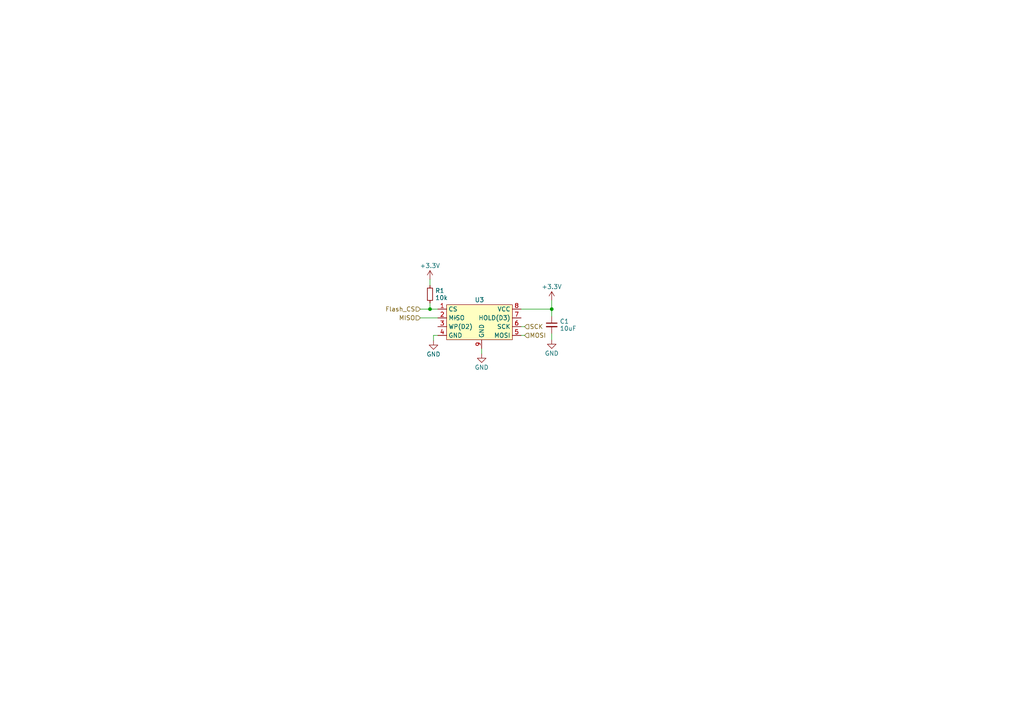
<source format=kicad_sch>
(kicad_sch (version 20230121) (generator eeschema)

  (uuid 35af696a-03e0-455f-a869-d0b85a0a30f7)

  (paper "A4")

  (lib_symbols
    (symbol "Device:C_Small" (pin_numbers hide) (pin_names (offset 0.254) hide) (in_bom yes) (on_board yes)
      (property "Reference" "C" (at 0.254 1.778 0)
        (effects (font (size 1.27 1.27)) (justify left))
      )
      (property "Value" "C_Small" (at 0.254 -2.032 0)
        (effects (font (size 1.27 1.27)) (justify left))
      )
      (property "Footprint" "" (at 0 0 0)
        (effects (font (size 1.27 1.27)) hide)
      )
      (property "Datasheet" "~" (at 0 0 0)
        (effects (font (size 1.27 1.27)) hide)
      )
      (property "ki_keywords" "capacitor cap" (at 0 0 0)
        (effects (font (size 1.27 1.27)) hide)
      )
      (property "ki_description" "Unpolarized capacitor, small symbol" (at 0 0 0)
        (effects (font (size 1.27 1.27)) hide)
      )
      (property "ki_fp_filters" "C_*" (at 0 0 0)
        (effects (font (size 1.27 1.27)) hide)
      )
      (symbol "C_Small_0_1"
        (polyline
          (pts
            (xy -1.524 -0.508)
            (xy 1.524 -0.508)
          )
          (stroke (width 0.3302) (type default))
          (fill (type none))
        )
        (polyline
          (pts
            (xy -1.524 0.508)
            (xy 1.524 0.508)
          )
          (stroke (width 0.3048) (type default))
          (fill (type none))
        )
      )
      (symbol "C_Small_1_1"
        (pin passive line (at 0 2.54 270) (length 2.032)
          (name "~" (effects (font (size 1.27 1.27))))
          (number "1" (effects (font (size 1.27 1.27))))
        )
        (pin passive line (at 0 -2.54 90) (length 2.032)
          (name "~" (effects (font (size 1.27 1.27))))
          (number "2" (effects (font (size 1.27 1.27))))
        )
      )
    )
    (symbol "Device:R_Small" (pin_numbers hide) (pin_names (offset 0.254) hide) (in_bom yes) (on_board yes)
      (property "Reference" "R" (at 0.762 0.508 0)
        (effects (font (size 1.27 1.27)) (justify left))
      )
      (property "Value" "R_Small" (at 0.762 -1.016 0)
        (effects (font (size 1.27 1.27)) (justify left))
      )
      (property "Footprint" "" (at 0 0 0)
        (effects (font (size 1.27 1.27)) hide)
      )
      (property "Datasheet" "~" (at 0 0 0)
        (effects (font (size 1.27 1.27)) hide)
      )
      (property "ki_keywords" "R resistor" (at 0 0 0)
        (effects (font (size 1.27 1.27)) hide)
      )
      (property "ki_description" "Resistor, small symbol" (at 0 0 0)
        (effects (font (size 1.27 1.27)) hide)
      )
      (property "ki_fp_filters" "R_*" (at 0 0 0)
        (effects (font (size 1.27 1.27)) hide)
      )
      (symbol "R_Small_0_1"
        (rectangle (start -0.762 1.778) (end 0.762 -1.778)
          (stroke (width 0.2032) (type default))
          (fill (type none))
        )
      )
      (symbol "R_Small_1_1"
        (pin passive line (at 0 2.54 270) (length 0.762)
          (name "~" (effects (font (size 1.27 1.27))))
          (number "1" (effects (font (size 1.27 1.27))))
        )
        (pin passive line (at 0 -2.54 90) (length 0.762)
          (name "~" (effects (font (size 1.27 1.27))))
          (number "2" (effects (font (size 1.27 1.27))))
        )
      )
    )
    (symbol "FCparts:S25FL064LABNFI011" (in_bom yes) (on_board yes)
      (property "Reference" "U" (at 0 5.08 0)
        (effects (font (size 1.27 1.27)))
      )
      (property "Value" "" (at -7.62 0 0)
        (effects (font (size 1.27 1.27)))
      )
      (property "Footprint" "" (at -7.62 0 0)
        (effects (font (size 1.27 1.27)) hide)
      )
      (property "Datasheet" "" (at -7.62 0 0)
        (effects (font (size 1.27 1.27)) hide)
      )
      (symbol "S25FL064LABNFI011_1_1"
        (polyline
          (pts
            (xy -10.16 3.81)
            (xy -10.16 -6.35)
            (xy 8.89 -6.35)
            (xy 8.89 3.81)
            (xy -10.16 3.81)
          )
          (stroke (width 0) (type default))
          (fill (type background))
        )
        (pin input line (at -12.7 2.54 0) (length 2.54)
          (name "CS" (effects (font (size 1.27 1.27))))
          (number "1" (effects (font (size 1.27 1.27))))
        )
        (pin input line (at -12.7 0 0) (length 2.54)
          (name "MISO" (effects (font (size 1.27 1.27))))
          (number "2" (effects (font (size 1.27 1.27))))
        )
        (pin input line (at -12.7 -2.54 0) (length 2.54)
          (name "WP(D2)" (effects (font (size 1.27 1.27))))
          (number "3" (effects (font (size 1.27 1.27))))
        )
        (pin input line (at -12.7 -5.08 0) (length 2.54)
          (name "GND" (effects (font (size 1.27 1.27))))
          (number "4" (effects (font (size 1.27 1.27))))
        )
        (pin input line (at 11.43 -5.08 180) (length 2.54)
          (name "MOSI" (effects (font (size 1.27 1.27))))
          (number "5" (effects (font (size 1.27 1.27))))
        )
        (pin input line (at 11.43 -2.54 180) (length 2.54)
          (name "SCK" (effects (font (size 1.27 1.27))))
          (number "6" (effects (font (size 1.27 1.27))))
        )
        (pin input line (at 11.43 0 180) (length 2.54)
          (name "HOLD(D3)" (effects (font (size 1.27 1.27))))
          (number "7" (effects (font (size 1.27 1.27))))
        )
        (pin input line (at 11.43 2.54 180) (length 2.54)
          (name "VCC" (effects (font (size 1.27 1.27))))
          (number "8" (effects (font (size 1.27 1.27))))
        )
        (pin input line (at 0 -8.89 90) (length 2.54)
          (name "GND" (effects (font (size 1.27 1.27))))
          (number "9" (effects (font (size 1.27 1.27))))
        )
      )
    )
    (symbol "power:+3.3V" (power) (pin_names (offset 0)) (in_bom yes) (on_board yes)
      (property "Reference" "#PWR" (at 0 -3.81 0)
        (effects (font (size 1.27 1.27)) hide)
      )
      (property "Value" "+3.3V" (at 0 3.556 0)
        (effects (font (size 1.27 1.27)))
      )
      (property "Footprint" "" (at 0 0 0)
        (effects (font (size 1.27 1.27)) hide)
      )
      (property "Datasheet" "" (at 0 0 0)
        (effects (font (size 1.27 1.27)) hide)
      )
      (property "ki_keywords" "global power" (at 0 0 0)
        (effects (font (size 1.27 1.27)) hide)
      )
      (property "ki_description" "Power symbol creates a global label with name \"+3.3V\"" (at 0 0 0)
        (effects (font (size 1.27 1.27)) hide)
      )
      (symbol "+3.3V_0_1"
        (polyline
          (pts
            (xy -0.762 1.27)
            (xy 0 2.54)
          )
          (stroke (width 0) (type default))
          (fill (type none))
        )
        (polyline
          (pts
            (xy 0 0)
            (xy 0 2.54)
          )
          (stroke (width 0) (type default))
          (fill (type none))
        )
        (polyline
          (pts
            (xy 0 2.54)
            (xy 0.762 1.27)
          )
          (stroke (width 0) (type default))
          (fill (type none))
        )
      )
      (symbol "+3.3V_1_1"
        (pin power_in line (at 0 0 90) (length 0) hide
          (name "+3.3V" (effects (font (size 1.27 1.27))))
          (number "1" (effects (font (size 1.27 1.27))))
        )
      )
    )
    (symbol "power:GND" (power) (pin_names (offset 0)) (in_bom yes) (on_board yes)
      (property "Reference" "#PWR" (at 0 -6.35 0)
        (effects (font (size 1.27 1.27)) hide)
      )
      (property "Value" "GND" (at 0 -3.81 0)
        (effects (font (size 1.27 1.27)))
      )
      (property "Footprint" "" (at 0 0 0)
        (effects (font (size 1.27 1.27)) hide)
      )
      (property "Datasheet" "" (at 0 0 0)
        (effects (font (size 1.27 1.27)) hide)
      )
      (property "ki_keywords" "global power" (at 0 0 0)
        (effects (font (size 1.27 1.27)) hide)
      )
      (property "ki_description" "Power symbol creates a global label with name \"GND\" , ground" (at 0 0 0)
        (effects (font (size 1.27 1.27)) hide)
      )
      (symbol "GND_0_1"
        (polyline
          (pts
            (xy 0 0)
            (xy 0 -1.27)
            (xy 1.27 -1.27)
            (xy 0 -2.54)
            (xy -1.27 -1.27)
            (xy 0 -1.27)
          )
          (stroke (width 0) (type default))
          (fill (type none))
        )
      )
      (symbol "GND_1_1"
        (pin power_in line (at 0 0 270) (length 0) hide
          (name "GND" (effects (font (size 1.27 1.27))))
          (number "1" (effects (font (size 1.27 1.27))))
        )
      )
    )
  )

  (junction (at 160.02 89.662) (diameter 0) (color 0 0 0 0)
    (uuid 6f64af9f-5303-470f-be67-d4fafafda0dd)
  )
  (junction (at 124.714 89.662) (diameter 0) (color 0 0 0 0)
    (uuid 965a71e8-8f97-4edd-8fc1-9a655453ea4f)
  )

  (wire (pts (xy 124.714 89.662) (xy 127 89.662))
    (stroke (width 0) (type default))
    (uuid 14124982-0c7f-4a41-b5a9-454937069fc4)
  )
  (wire (pts (xy 124.714 81.026) (xy 124.714 82.804))
    (stroke (width 0) (type default))
    (uuid 1bd0d4a4-bcc0-4712-b813-6923f0699b4f)
  )
  (wire (pts (xy 151.13 89.662) (xy 160.02 89.662))
    (stroke (width 0) (type default))
    (uuid 3dff1364-3a9a-41d5-a26a-190accc0e8e2)
  )
  (wire (pts (xy 160.02 96.774) (xy 160.02 98.552))
    (stroke (width 0) (type default))
    (uuid 4836db25-8eea-4da0-87bb-b08c90c5cb97)
  )
  (wire (pts (xy 151.13 97.282) (xy 152.146 97.282))
    (stroke (width 0) (type default))
    (uuid 61bb3d4e-f0ae-4d50-96f1-53f0119337a8)
  )
  (wire (pts (xy 139.7 101.092) (xy 139.7 102.616))
    (stroke (width 0) (type default))
    (uuid 74355b53-80e6-47f0-99dc-980ce84f9223)
  )
  (wire (pts (xy 125.73 98.806) (xy 125.73 97.282))
    (stroke (width 0) (type default))
    (uuid 7cb726a6-91ca-4907-822c-665b19852ce4)
  )
  (wire (pts (xy 121.92 89.662) (xy 124.714 89.662))
    (stroke (width 0) (type default))
    (uuid 816ad0b2-21a9-4562-a55c-deb5e754c6a7)
  )
  (wire (pts (xy 124.714 87.884) (xy 124.714 89.662))
    (stroke (width 0) (type default))
    (uuid 8aba95fd-7eaf-4897-ba79-a76da2a4f049)
  )
  (wire (pts (xy 121.92 92.202) (xy 127 92.202))
    (stroke (width 0) (type default))
    (uuid 9c0c4bb9-6a11-4ad5-b45b-3d1bd9413f31)
  )
  (wire (pts (xy 160.02 87.122) (xy 160.02 89.662))
    (stroke (width 0) (type default))
    (uuid a38e7132-95d7-4629-a740-70d1986dc6a6)
  )
  (wire (pts (xy 160.02 89.662) (xy 160.02 91.694))
    (stroke (width 0) (type default))
    (uuid d31cd963-b6a3-4a65-9546-0be91bd6cf48)
  )
  (wire (pts (xy 151.13 94.742) (xy 152.146 94.742))
    (stroke (width 0) (type default))
    (uuid f7215b6e-8382-4ada-ba42-d4b805579236)
  )
  (wire (pts (xy 125.73 97.282) (xy 127 97.282))
    (stroke (width 0) (type default))
    (uuid fde7ae48-3054-4c23-9156-5c8998db9705)
  )

  (hierarchical_label "MOSI" (shape input) (at 152.146 97.282 0) (fields_autoplaced)
    (effects (font (size 1.27 1.27)) (justify left))
    (uuid 00f92119-1010-4bec-8d0b-ce8cde5873b7)
  )
  (hierarchical_label "SCK" (shape input) (at 152.146 94.742 0) (fields_autoplaced)
    (effects (font (size 1.27 1.27)) (justify left))
    (uuid 994b8f2c-f79f-4848-8f50-04ab15dc9b85)
  )
  (hierarchical_label "Flash_CS" (shape input) (at 121.92 89.662 180) (fields_autoplaced)
    (effects (font (size 1.27 1.27)) (justify right))
    (uuid a573a933-1058-485d-b955-d7310b7cb7b8)
  )
  (hierarchical_label "MISO" (shape input) (at 121.92 92.202 180) (fields_autoplaced)
    (effects (font (size 1.27 1.27)) (justify right))
    (uuid c518a0ce-4ee4-40ec-8929-0c1e94cd2a75)
  )

  (symbol (lib_id "Device:R_Small") (at 124.714 85.344 180) (unit 1)
    (in_bom yes) (on_board yes) (dnp no) (fields_autoplaced)
    (uuid 05d98bb1-cffe-4504-8eb6-7f9de415e2ab)
    (property "Reference" "R1" (at 126.2126 84.32 0)
      (effects (font (size 1.27 1.27)) (justify right))
    )
    (property "Value" "10k" (at 126.2126 86.368 0)
      (effects (font (size 1.27 1.27)) (justify right))
    )
    (property "Footprint" "Resistor_SMD:R_0805_2012Metric" (at 124.714 85.344 0)
      (effects (font (size 1.27 1.27)) hide)
    )
    (property "Datasheet" "~" (at 124.714 85.344 0)
      (effects (font (size 1.27 1.27)) hide)
    )
    (pin "1" (uuid 30813286-d712-49e5-975e-a124944205ff))
    (pin "2" (uuid 11e4439e-1e57-4288-bebf-252f4c2b99cf))
    (instances
      (project "GameBoy-Arduino"
        (path "/9927462b-ab56-47d0-82d8-2b3054965792/bc107b1b-b2fd-4c98-999a-3e0acf561ff0"
          (reference "R1") (unit 1)
        )
      )
    )
  )

  (symbol (lib_id "power:+3.3V") (at 160.02 87.122 0) (unit 1)
    (in_bom yes) (on_board yes) (dnp no) (fields_autoplaced)
    (uuid 226d5692-bab2-4b9f-8e05-d3ab4eddceae)
    (property "Reference" "#PWR08" (at 160.02 90.932 0)
      (effects (font (size 1.27 1.27)) hide)
    )
    (property "Value" "+3.3V" (at 160.02 83.177 0)
      (effects (font (size 1.27 1.27)))
    )
    (property "Footprint" "" (at 160.02 87.122 0)
      (effects (font (size 1.27 1.27)) hide)
    )
    (property "Datasheet" "" (at 160.02 87.122 0)
      (effects (font (size 1.27 1.27)) hide)
    )
    (pin "1" (uuid dfe7eb1c-9a34-42b5-83c0-448bb094a812))
    (instances
      (project "GameBoy-Arduino"
        (path "/9927462b-ab56-47d0-82d8-2b3054965792/bc107b1b-b2fd-4c98-999a-3e0acf561ff0"
          (reference "#PWR08") (unit 1)
        )
      )
    )
  )

  (symbol (lib_id "power:GND") (at 139.7 102.616 0) (unit 1)
    (in_bom yes) (on_board yes) (dnp no) (fields_autoplaced)
    (uuid 609aa573-1dad-476f-9b2e-75e7b3bca80f)
    (property "Reference" "#PWR07" (at 139.7 108.966 0)
      (effects (font (size 1.27 1.27)) hide)
    )
    (property "Value" "GND" (at 139.7 106.561 0)
      (effects (font (size 1.27 1.27)))
    )
    (property "Footprint" "" (at 139.7 102.616 0)
      (effects (font (size 1.27 1.27)) hide)
    )
    (property "Datasheet" "" (at 139.7 102.616 0)
      (effects (font (size 1.27 1.27)) hide)
    )
    (pin "1" (uuid 2ad50b0b-5d01-4f7d-bc71-1ce651c8c784))
    (instances
      (project "GameBoy-Arduino"
        (path "/9927462b-ab56-47d0-82d8-2b3054965792/bc107b1b-b2fd-4c98-999a-3e0acf561ff0"
          (reference "#PWR07") (unit 1)
        )
      )
    )
  )

  (symbol (lib_id "power:GND") (at 125.73 98.806 0) (unit 1)
    (in_bom yes) (on_board yes) (dnp no) (fields_autoplaced)
    (uuid b1afe7f0-e3f4-4745-bb63-7c3a97642906)
    (property "Reference" "#PWR09" (at 125.73 105.156 0)
      (effects (font (size 1.27 1.27)) hide)
    )
    (property "Value" "GND" (at 125.73 102.751 0)
      (effects (font (size 1.27 1.27)))
    )
    (property "Footprint" "" (at 125.73 98.806 0)
      (effects (font (size 1.27 1.27)) hide)
    )
    (property "Datasheet" "" (at 125.73 98.806 0)
      (effects (font (size 1.27 1.27)) hide)
    )
    (pin "1" (uuid 64f774c1-876f-4ad9-90e2-09da0837abc2))
    (instances
      (project "GameBoy-Arduino"
        (path "/9927462b-ab56-47d0-82d8-2b3054965792/bc107b1b-b2fd-4c98-999a-3e0acf561ff0"
          (reference "#PWR09") (unit 1)
        )
      )
    )
  )

  (symbol (lib_id "power:+3.3V") (at 124.714 81.026 0) (unit 1)
    (in_bom yes) (on_board yes) (dnp no) (fields_autoplaced)
    (uuid b79f0c03-0a05-48bf-9b27-fccca17ff1cd)
    (property "Reference" "#PWR011" (at 124.714 84.836 0)
      (effects (font (size 1.27 1.27)) hide)
    )
    (property "Value" "+3.3V" (at 124.714 77.081 0)
      (effects (font (size 1.27 1.27)))
    )
    (property "Footprint" "" (at 124.714 81.026 0)
      (effects (font (size 1.27 1.27)) hide)
    )
    (property "Datasheet" "" (at 124.714 81.026 0)
      (effects (font (size 1.27 1.27)) hide)
    )
    (pin "1" (uuid c5eb8f33-3190-4cb5-9a0f-bc7ec095067b))
    (instances
      (project "GameBoy-Arduino"
        (path "/9927462b-ab56-47d0-82d8-2b3054965792/bc107b1b-b2fd-4c98-999a-3e0acf561ff0"
          (reference "#PWR011") (unit 1)
        )
      )
    )
  )

  (symbol (lib_id "FCparts:S25FL064LABNFI011") (at 139.7 92.202 0) (unit 1)
    (in_bom yes) (on_board yes) (dnp no) (fields_autoplaced)
    (uuid e50500c1-ed45-47aa-a4b2-16e97ee4bb41)
    (property "Reference" "U3" (at 139.065 86.987 0)
      (effects (font (size 1.27 1.27)))
    )
    (property "Value" "~" (at 132.08 92.202 0)
      (effects (font (size 1.27 1.27)))
    )
    (property "Footprint" "FC_Parts:IS25LP064A-JKLE" (at 132.08 92.202 0)
      (effects (font (size 1.27 1.27)) hide)
    )
    (property "Datasheet" "" (at 132.08 92.202 0)
      (effects (font (size 1.27 1.27)) hide)
    )
    (pin "1" (uuid 0a654a0a-8983-417d-9efd-abf43bfadb97))
    (pin "2" (uuid 2cb5589f-387e-4b67-ac69-159fc14ea631))
    (pin "3" (uuid 5b7bd646-b69d-4193-994a-989e27e28ae0))
    (pin "4" (uuid 08636534-3ba1-4c55-8ece-8be78404a593))
    (pin "5" (uuid c934b714-72ba-480b-aad8-e3b4408c2a50))
    (pin "6" (uuid 5e95ee33-dc45-486e-9c5d-8db79a38689d))
    (pin "7" (uuid c68e7e68-38ee-417f-8656-f8c536e85c66))
    (pin "8" (uuid d0a47513-e93c-4000-9a39-a0c1bac40247))
    (pin "9" (uuid 59a4b342-202f-4f84-acc7-9f2c0441ae01))
    (instances
      (project "GameBoy-Arduino"
        (path "/9927462b-ab56-47d0-82d8-2b3054965792/bc107b1b-b2fd-4c98-999a-3e0acf561ff0"
          (reference "U3") (unit 1)
        )
      )
    )
  )

  (symbol (lib_id "power:GND") (at 160.02 98.552 0) (unit 1)
    (in_bom yes) (on_board yes) (dnp no) (fields_autoplaced)
    (uuid e8f7e4c5-b8dd-4343-8ba7-144951fdbfdc)
    (property "Reference" "#PWR010" (at 160.02 104.902 0)
      (effects (font (size 1.27 1.27)) hide)
    )
    (property "Value" "GND" (at 160.02 102.497 0)
      (effects (font (size 1.27 1.27)))
    )
    (property "Footprint" "" (at 160.02 98.552 0)
      (effects (font (size 1.27 1.27)) hide)
    )
    (property "Datasheet" "" (at 160.02 98.552 0)
      (effects (font (size 1.27 1.27)) hide)
    )
    (pin "1" (uuid 0f35af08-40a6-46b2-bfa6-9ef52fa7aeb7))
    (instances
      (project "GameBoy-Arduino"
        (path "/9927462b-ab56-47d0-82d8-2b3054965792/bc107b1b-b2fd-4c98-999a-3e0acf561ff0"
          (reference "#PWR010") (unit 1)
        )
      )
    )
  )

  (symbol (lib_id "Device:C_Small") (at 160.02 94.234 0) (unit 1)
    (in_bom yes) (on_board yes) (dnp no) (fields_autoplaced)
    (uuid eea90ec4-c51d-4f98-ac41-613484009f84)
    (property "Reference" "C1" (at 162.3441 93.2163 0)
      (effects (font (size 1.27 1.27)) (justify left))
    )
    (property "Value" "10uF" (at 162.3441 95.2643 0)
      (effects (font (size 1.27 1.27)) (justify left))
    )
    (property "Footprint" "Capacitor_SMD:C_0805_2012Metric" (at 160.02 94.234 0)
      (effects (font (size 1.27 1.27)) hide)
    )
    (property "Datasheet" "~" (at 160.02 94.234 0)
      (effects (font (size 1.27 1.27)) hide)
    )
    (pin "1" (uuid cd732aab-763f-4609-b587-ac9bfdc746c1))
    (pin "2" (uuid fa6b868a-4ea7-43ef-a8fe-d6f2a12abb54))
    (instances
      (project "GameBoy-Arduino"
        (path "/9927462b-ab56-47d0-82d8-2b3054965792/bc107b1b-b2fd-4c98-999a-3e0acf561ff0"
          (reference "C1") (unit 1)
        )
      )
    )
  )
)

</source>
